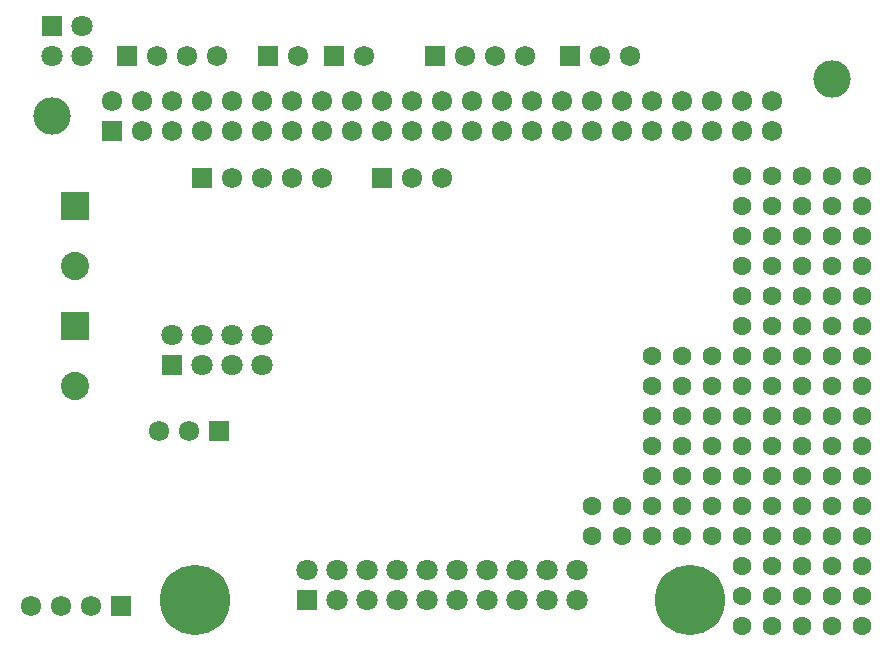
<source format=gbr>
G04 DipTrace 2.4.0.2*
%INBottomMask.gbr*%
%MOIN*%
%ADD35C,0.125*%
%ADD44C,0.234*%
%ADD50C,0.0631*%
%ADD56C,0.0678*%
%ADD58R,0.0678X0.0678*%
%ADD62C,0.0709*%
%ADD64R,0.0709X0.0709*%
%ADD66C,0.094*%
%ADD68R,0.094X0.094*%
%FSLAX44Y44*%
G04*
G70*
G90*
G75*
G01*
%LNBotMask*%
%LPD*%
D68*
X6190Y14690D3*
D66*
Y12690D3*
D68*
Y18690D3*
D66*
Y16690D3*
D64*
X5440Y24690D3*
D62*
Y23690D3*
X6440Y24690D3*
Y23690D3*
D58*
X7940D3*
D56*
X8940D3*
X9940D3*
X10940D3*
D58*
X10440Y19628D3*
D56*
X11440D3*
X12440D3*
X13440D3*
X14440D3*
D64*
X13940Y5565D3*
D62*
Y6565D3*
X14940Y5565D3*
Y6565D3*
X15940Y5565D3*
Y6565D3*
X16940Y5565D3*
Y6565D3*
X17940Y5565D3*
Y6565D3*
X18940Y5565D3*
Y6565D3*
X19940Y5565D3*
Y6565D3*
X20940Y5565D3*
Y6565D3*
X21940Y5565D3*
Y6565D3*
X22940Y5565D3*
Y6565D3*
D35*
X31440Y22940D3*
X5440Y21690D3*
D58*
X11002Y11189D3*
D56*
X10002D3*
X9002D3*
D58*
X7744Y5351D3*
D56*
X6744D3*
X5744D3*
X4744D3*
D58*
X22690Y23690D3*
D56*
X23690D3*
X24690D3*
D58*
X14815D3*
D56*
X15815D3*
D58*
X18190D3*
D56*
X19190D3*
X20190D3*
X21190D3*
D58*
X12627D3*
D56*
X13627D3*
D64*
X9440Y13378D3*
D62*
Y14378D3*
X10440Y13378D3*
Y14378D3*
X11440Y13378D3*
Y14378D3*
X12440Y13378D3*
Y14378D3*
D56*
X7440Y22190D3*
X8440D3*
X9440D3*
X10440D3*
X11440D3*
X12440D3*
X13440D3*
X14440D3*
X15440D3*
X16440D3*
X17440D3*
X18440D3*
X19440D3*
X20440D3*
X21440D3*
X22440D3*
X23440D3*
X24440D3*
X25440D3*
X26440D3*
X27440D3*
X28440D3*
X29440D3*
Y21190D3*
X28440D3*
X27440D3*
X26440D3*
X25440D3*
X24440D3*
X23440D3*
X22440D3*
X21440D3*
X20440D3*
X19440D3*
X18440D3*
X17440D3*
X16440D3*
X15440D3*
X14440D3*
X13440D3*
X12440D3*
X11440D3*
X10440D3*
X9440D3*
X8440D3*
D58*
X7440D3*
D50*
X29440Y18690D3*
X27440Y12690D3*
X28440D3*
X29440D3*
X30440D3*
X31440D3*
X32440D3*
X28440Y18690D3*
Y19690D3*
X29440D3*
X27440Y13690D3*
X28440D3*
X29440D3*
X30440D3*
X31440D3*
X32440D3*
X25440Y11690D3*
X26440D3*
X27440D3*
X28440D3*
X29440D3*
X30440D3*
X31440D3*
X32440D3*
X25440Y10690D3*
X26440D3*
X27440D3*
X28440D3*
X29440D3*
X30440D3*
X31440D3*
X32440D3*
X25440Y9690D3*
X26440D3*
X27440D3*
X28440D3*
X29440D3*
X30440D3*
X31440D3*
X32440D3*
X25440Y8690D3*
X26440D3*
X27440D3*
X28440D3*
X29440D3*
X30440D3*
X31440D3*
X32440D3*
X25440Y7690D3*
X26440D3*
X27440D3*
X28440D3*
X29440D3*
X30440D3*
X31440D3*
X32440D3*
X28440Y6690D3*
X29440D3*
X30440D3*
X31440D3*
X32440D3*
X28440Y5690D3*
X29440D3*
X30440D3*
X31440D3*
X32440D3*
X28440Y4690D3*
X29440D3*
X30440D3*
X31440D3*
X32440D3*
X28440Y14690D3*
X29440D3*
X30440D3*
X31440D3*
X32440D3*
X28440Y15690D3*
X29440D3*
X30440D3*
X31440D3*
X32440D3*
X28440Y16690D3*
X29440D3*
X30440D3*
X31440D3*
X32440D3*
X28440Y17690D3*
X29440D3*
X30440D3*
X31440D3*
X32440D3*
X25440Y12690D3*
X26440D3*
X30440Y18690D3*
X31440D3*
X32440D3*
X25440Y13690D3*
X26440D3*
X30440Y19690D3*
X31440D3*
X32440D3*
X24440Y8690D3*
Y7690D3*
X23440Y8690D3*
Y7690D3*
D44*
X26690Y5565D3*
X10190D3*
D58*
X16440Y19628D3*
D56*
X17440D3*
X18440D3*
M02*

</source>
